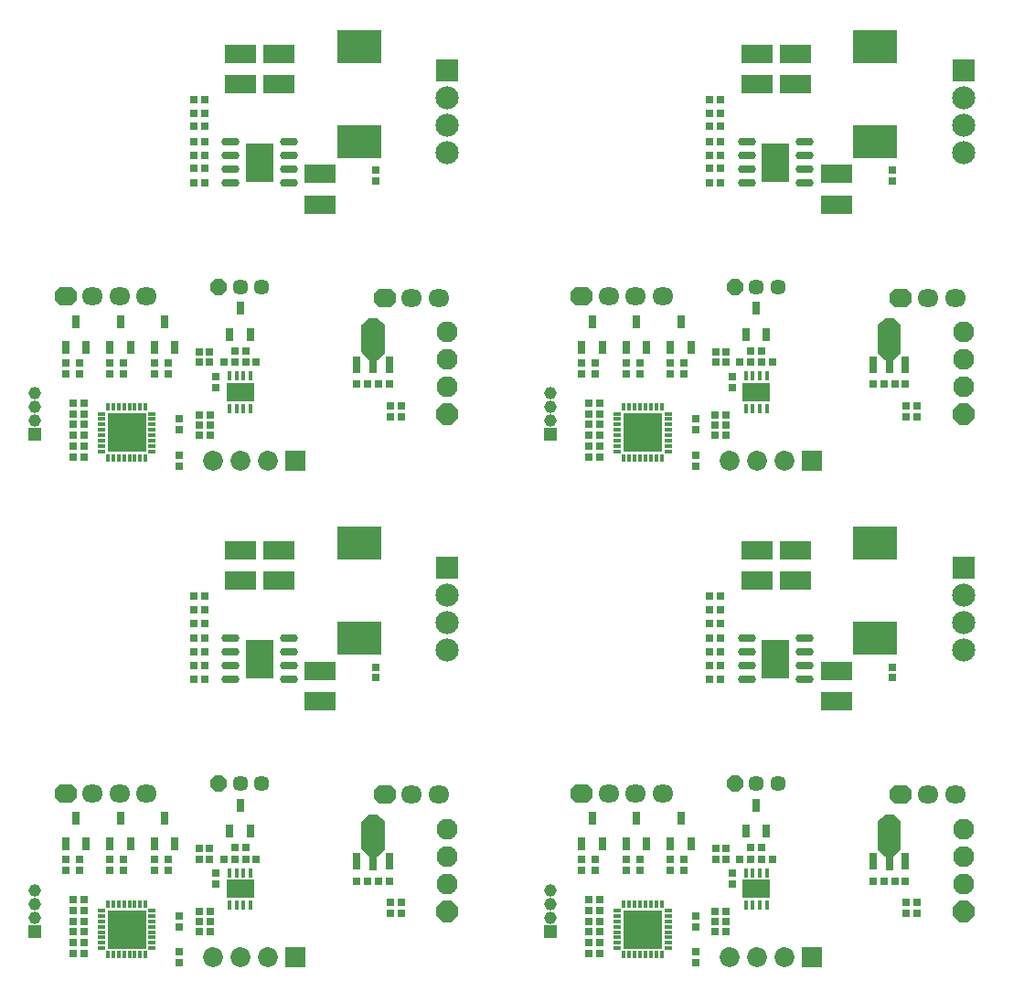
<source format=gts>
G04*
G04 #@! TF.GenerationSoftware,Altium Limited,Altium Designer,20.1.10 (176)*
G04*
G04 Layer_Color=8388736*
%FSLAX44Y44*%
%MOMM*%
G71*
G04*
G04 #@! TF.SameCoordinates,9745D311-7863-4EED-B8D5-1BD438EF7D2D*
G04*
G04*
G04 #@! TF.FilePolarity,Negative*
G04*
G01*
G75*
%ADD47R,0.7500X0.7500*%
%ADD48R,0.7500X0.7500*%
%ADD49R,0.4500X0.9500*%
%ADD50R,2.5500X1.7500*%
%ADD51R,0.7500X1.5500*%
%ADD52R,0.8000X1.3500*%
%ADD53R,0.7500X1.1500*%
%ADD54R,0.7500X0.4500*%
%ADD55R,0.4500X0.7500*%
%ADD56R,3.6000X3.6000*%
%ADD57R,2.8500X1.7500*%
%ADD58R,2.6500X3.6500*%
G04:AMPARAMS|DCode=59|XSize=1.7mm|YSize=0.75mm|CornerRadius=0.375mm|HoleSize=0mm|Usage=FLASHONLY|Rotation=180.000|XOffset=0mm|YOffset=0mm|HoleType=Round|Shape=RoundedRectangle|*
%AMROUNDEDRECTD59*
21,1,1.7000,0.0000,0,0,180.0*
21,1,0.9500,0.7500,0,0,180.0*
1,1,0.7500,-0.4750,0.0000*
1,1,0.7500,0.4750,0.0000*
1,1,0.7500,0.4750,0.0000*
1,1,0.7500,-0.4750,0.0000*
%
%ADD59ROUNDEDRECTD59*%
%ADD60R,4.1500X3.1500*%
%ADD61C,1.1500*%
%ADD62R,1.1500X1.1500*%
%ADD63O,1.9500X1.6500*%
G04:AMPARAMS|DCode=64|XSize=1.95mm|YSize=1.65mm|CornerRadius=0mm|HoleSize=0mm|Usage=FLASHONLY|Rotation=360.000|XOffset=0mm|YOffset=0mm|HoleType=Round|Shape=Octagon|*
%AMOCTAGOND64*
4,1,8,0.9750,-0.4125,0.9750,0.4125,0.5625,0.8250,-0.5625,0.8250,-0.9750,0.4125,-0.9750,-0.4125,-0.5625,-0.8250,0.5625,-0.8250,0.9750,-0.4125,0.0*
%
%ADD64OCTAGOND64*%

%ADD65C,1.9500*%
%ADD66P,2.1107X8X112.5*%
%ADD67P,1.5695X8X382.5*%
%ADD68C,1.4500*%
%ADD69C,1.8500*%
%ADD70R,1.8500X1.8500*%
%ADD71C,0.1500*%
%ADD72C,0.8500*%
%ADD73C,2.1500*%
%ADD74R,2.1500X2.1500*%
G36*
X817280Y607450D02*
X817310Y607450D01*
X817339Y607445D01*
X817368Y607443D01*
X817397Y607436D01*
X817427Y607431D01*
X817455Y607422D01*
X817483Y607415D01*
X817510Y607404D01*
X817539Y607394D01*
X817565Y607381D01*
X817592Y607370D01*
X817618Y607354D01*
X817644Y607341D01*
X817667Y607324D01*
X817692Y607309D01*
X817715Y607289D01*
X817740Y607271D01*
X824740Y601271D01*
X824760Y601251D01*
X824782Y601232D01*
X824802Y601209D01*
X824823Y601188D01*
X824840Y601164D01*
X824859Y601142D01*
X824874Y601116D01*
X824892Y601092D01*
X824905Y601066D01*
X824920Y601041D01*
X824932Y601014D01*
X824946Y600987D01*
X824955Y600959D01*
X824966Y600932D01*
X824973Y600903D01*
X824982Y600874D01*
X824986Y600845D01*
X824993Y600818D01*
X824995Y600788D01*
X825000Y600758D01*
X825000Y600729D01*
X825002Y600700D01*
Y575700D01*
X824998Y575648D01*
X824995Y575596D01*
X824994Y575589D01*
X824993Y575582D01*
X824981Y575532D01*
X824970Y575480D01*
X824967Y575474D01*
X824966Y575467D01*
X824946Y575419D01*
X824927Y575371D01*
X824923Y575365D01*
X824920Y575358D01*
X824893Y575313D01*
X824867Y575269D01*
X824862Y575264D01*
X824859Y575258D01*
X824825Y575218D01*
X824792Y575178D01*
X818042Y568178D01*
X818036Y568173D01*
X818032Y568168D01*
X817992Y568134D01*
X817953Y568100D01*
X817947Y568096D01*
X817942Y568091D01*
X817897Y568064D01*
X817854Y568036D01*
X817848Y568033D01*
X817842Y568030D01*
X817793Y568010D01*
X817746Y567989D01*
X817739Y567987D01*
X817732Y567985D01*
X817683Y567973D01*
X817631Y567959D01*
X817624Y567958D01*
X817618Y567957D01*
X817567Y567953D01*
X817514Y567948D01*
X817507Y567948D01*
X817500Y567948D01*
X811000D01*
X810993Y567948D01*
X810986Y567948D01*
X810934Y567953D01*
X810882Y567957D01*
X810876Y567958D01*
X810869Y567959D01*
X810818Y567972D01*
X810768Y567985D01*
X810761Y567987D01*
X810755Y567989D01*
X810706Y568010D01*
X810658Y568030D01*
X810653Y568033D01*
X810646Y568036D01*
X810603Y568064D01*
X810558Y568091D01*
X810553Y568096D01*
X810547Y568100D01*
X810508Y568134D01*
X810468Y568168D01*
X810464Y568173D01*
X810459Y568178D01*
X803708Y575178D01*
X803676Y575217D01*
X803641Y575258D01*
X803638Y575264D01*
X803633Y575269D01*
X803607Y575313D01*
X803580Y575358D01*
X803577Y575365D01*
X803574Y575371D01*
X803554Y575420D01*
X803534Y575467D01*
X803533Y575474D01*
X803530Y575480D01*
X803519Y575533D01*
X803507Y575582D01*
X803506Y575589D01*
X803505Y575596D01*
X803502Y575649D01*
X803498Y575700D01*
Y600700D01*
X803500Y600729D01*
X803500Y600758D01*
X803505Y600788D01*
X803507Y600818D01*
X803514Y600845D01*
X803518Y600874D01*
X803528Y600903D01*
X803534Y600932D01*
X803546Y600959D01*
X803555Y600987D01*
X803568Y601014D01*
X803580Y601041D01*
X803595Y601066D01*
X803608Y601092D01*
X803626Y601116D01*
X803641Y601142D01*
X803660Y601164D01*
X803677Y601188D01*
X803698Y601209D01*
X803718Y601232D01*
X803740Y601251D01*
X803760Y601271D01*
X810760Y607271D01*
X810785Y607289D01*
X810808Y607309D01*
X810833Y607324D01*
X810856Y607341D01*
X810882Y607354D01*
X810909Y607370D01*
X810935Y607381D01*
X810961Y607394D01*
X810990Y607404D01*
X811018Y607415D01*
X811046Y607422D01*
X811073Y607431D01*
X811103Y607436D01*
X811132Y607443D01*
X811161Y607445D01*
X811190Y607450D01*
X811220Y607450D01*
X811250Y607452D01*
X817250D01*
X817280Y607450D01*
D02*
G37*
G36*
X339280D02*
X339310Y607450D01*
X339339Y607445D01*
X339368Y607443D01*
X339397Y607436D01*
X339427Y607431D01*
X339455Y607422D01*
X339482Y607415D01*
X339510Y607404D01*
X339539Y607394D01*
X339565Y607381D01*
X339592Y607370D01*
X339618Y607354D01*
X339644Y607341D01*
X339668Y607324D01*
X339692Y607309D01*
X339715Y607289D01*
X339740Y607271D01*
X346740Y601271D01*
X346760Y601251D01*
X346782Y601232D01*
X346802Y601209D01*
X346823Y601188D01*
X346840Y601164D01*
X346859Y601142D01*
X346875Y601116D01*
X346892Y601092D01*
X346905Y601066D01*
X346920Y601041D01*
X346932Y601014D01*
X346946Y600987D01*
X346954Y600959D01*
X346965Y600932D01*
X346973Y600903D01*
X346982Y600874D01*
X346986Y600845D01*
X346993Y600818D01*
X346995Y600788D01*
X347000Y600758D01*
X347000Y600729D01*
X347002Y600700D01*
Y575700D01*
X346998Y575648D01*
X346995Y575596D01*
X346994Y575589D01*
X346993Y575582D01*
X346981Y575532D01*
X346970Y575480D01*
X346967Y575474D01*
X346965Y575467D01*
X346945Y575419D01*
X346926Y575371D01*
X346923Y575365D01*
X346920Y575358D01*
X346893Y575313D01*
X346867Y575269D01*
X346862Y575264D01*
X346859Y575258D01*
X346824Y575218D01*
X346792Y575178D01*
X340042Y568178D01*
X340037Y568173D01*
X340032Y568168D01*
X339992Y568134D01*
X339953Y568100D01*
X339948Y568096D01*
X339942Y568091D01*
X339897Y568064D01*
X339854Y568036D01*
X339847Y568033D01*
X339842Y568030D01*
X339793Y568010D01*
X339745Y567989D01*
X339739Y567987D01*
X339733Y567985D01*
X339683Y567973D01*
X339631Y567959D01*
X339624Y567958D01*
X339618Y567957D01*
X339567Y567953D01*
X339514Y567948D01*
X339507Y567948D01*
X339500Y567948D01*
X333000D01*
X332993Y567948D01*
X332986Y567948D01*
X332934Y567953D01*
X332882Y567957D01*
X332876Y567958D01*
X332869Y567959D01*
X332818Y567972D01*
X332767Y567985D01*
X332761Y567987D01*
X332755Y567989D01*
X332706Y568010D01*
X332659Y568030D01*
X332653Y568033D01*
X332646Y568036D01*
X332603Y568064D01*
X332558Y568091D01*
X332552Y568096D01*
X332547Y568100D01*
X332508Y568134D01*
X332468Y568168D01*
X332464Y568173D01*
X332458Y568178D01*
X325709Y575178D01*
X325676Y575217D01*
X325641Y575258D01*
X325638Y575264D01*
X325634Y575269D01*
X325607Y575313D01*
X325580Y575358D01*
X325577Y575365D01*
X325574Y575371D01*
X325554Y575420D01*
X325535Y575467D01*
X325533Y575474D01*
X325530Y575480D01*
X325519Y575533D01*
X325507Y575582D01*
X325506Y575589D01*
X325505Y575596D01*
X325502Y575649D01*
X325498Y575700D01*
Y600700D01*
X325500Y600729D01*
X325500Y600758D01*
X325505Y600788D01*
X325507Y600818D01*
X325514Y600845D01*
X325518Y600874D01*
X325527Y600903D01*
X325535Y600932D01*
X325546Y600959D01*
X325554Y600987D01*
X325568Y601014D01*
X325580Y601041D01*
X325595Y601066D01*
X325608Y601092D01*
X325626Y601116D01*
X325641Y601142D01*
X325660Y601164D01*
X325677Y601188D01*
X325698Y601209D01*
X325718Y601232D01*
X325740Y601251D01*
X325760Y601271D01*
X332760Y607271D01*
X332785Y607289D01*
X332808Y607309D01*
X332833Y607324D01*
X332856Y607341D01*
X332882Y607354D01*
X332909Y607370D01*
X332935Y607381D01*
X332961Y607394D01*
X332990Y607404D01*
X333018Y607415D01*
X333046Y607422D01*
X333073Y607431D01*
X333103Y607436D01*
X333132Y607443D01*
X333161Y607445D01*
X333190Y607450D01*
X333220Y607450D01*
X333250Y607452D01*
X339250D01*
X339280Y607450D01*
D02*
G37*
G36*
X817280Y147450D02*
X817310Y147450D01*
X817339Y147445D01*
X817368Y147443D01*
X817397Y147436D01*
X817427Y147431D01*
X817455Y147422D01*
X817483Y147415D01*
X817510Y147404D01*
X817539Y147394D01*
X817565Y147381D01*
X817592Y147370D01*
X817618Y147354D01*
X817644Y147341D01*
X817667Y147324D01*
X817692Y147309D01*
X817715Y147289D01*
X817740Y147271D01*
X824740Y141271D01*
X824760Y141251D01*
X824782Y141232D01*
X824802Y141209D01*
X824823Y141187D01*
X824840Y141164D01*
X824859Y141142D01*
X824874Y141116D01*
X824892Y141092D01*
X824905Y141066D01*
X824920Y141041D01*
X824932Y141014D01*
X824946Y140987D01*
X824955Y140959D01*
X824966Y140932D01*
X824973Y140903D01*
X824982Y140874D01*
X824986Y140845D01*
X824993Y140818D01*
X824995Y140788D01*
X825000Y140758D01*
X825000Y140729D01*
X825002Y140700D01*
Y115700D01*
X824998Y115648D01*
X824995Y115596D01*
X824994Y115589D01*
X824993Y115582D01*
X824981Y115532D01*
X824970Y115480D01*
X824967Y115474D01*
X824966Y115467D01*
X824946Y115419D01*
X824927Y115371D01*
X824923Y115365D01*
X824920Y115358D01*
X824893Y115313D01*
X824867Y115269D01*
X824862Y115264D01*
X824859Y115258D01*
X824825Y115218D01*
X824792Y115178D01*
X818042Y108178D01*
X818036Y108173D01*
X818032Y108168D01*
X817992Y108134D01*
X817953Y108099D01*
X817947Y108096D01*
X817942Y108091D01*
X817897Y108064D01*
X817854Y108036D01*
X817848Y108033D01*
X817842Y108030D01*
X817793Y108010D01*
X817746Y107989D01*
X817739Y107987D01*
X817732Y107985D01*
X817683Y107973D01*
X817631Y107959D01*
X817624Y107958D01*
X817618Y107957D01*
X817567Y107953D01*
X817514Y107948D01*
X817507Y107948D01*
X817500Y107948D01*
X811000D01*
X810993Y107948D01*
X810986Y107948D01*
X810934Y107953D01*
X810882Y107957D01*
X810876Y107958D01*
X810869Y107959D01*
X810818Y107972D01*
X810768Y107985D01*
X810761Y107987D01*
X810755Y107989D01*
X810706Y108010D01*
X810658Y108030D01*
X810653Y108033D01*
X810646Y108036D01*
X810603Y108064D01*
X810558Y108091D01*
X810553Y108096D01*
X810547Y108099D01*
X810508Y108134D01*
X810468Y108168D01*
X810464Y108173D01*
X810459Y108178D01*
X803708Y115178D01*
X803676Y115217D01*
X803641Y115258D01*
X803638Y115264D01*
X803633Y115269D01*
X803607Y115313D01*
X803580Y115358D01*
X803577Y115365D01*
X803574Y115371D01*
X803554Y115420D01*
X803534Y115467D01*
X803533Y115474D01*
X803530Y115480D01*
X803519Y115533D01*
X803507Y115582D01*
X803506Y115589D01*
X803505Y115596D01*
X803502Y115649D01*
X803498Y115700D01*
Y140700D01*
X803500Y140729D01*
X803500Y140758D01*
X803505Y140788D01*
X803507Y140818D01*
X803514Y140845D01*
X803518Y140874D01*
X803528Y140903D01*
X803534Y140932D01*
X803546Y140959D01*
X803555Y140987D01*
X803568Y141014D01*
X803580Y141041D01*
X803595Y141066D01*
X803608Y141092D01*
X803626Y141116D01*
X803641Y141142D01*
X803660Y141164D01*
X803677Y141187D01*
X803698Y141209D01*
X803718Y141232D01*
X803740Y141251D01*
X803760Y141271D01*
X810760Y147271D01*
X810785Y147289D01*
X810808Y147309D01*
X810833Y147324D01*
X810856Y147341D01*
X810882Y147354D01*
X810909Y147370D01*
X810935Y147381D01*
X810961Y147394D01*
X810990Y147404D01*
X811018Y147415D01*
X811046Y147422D01*
X811073Y147431D01*
X811103Y147436D01*
X811132Y147443D01*
X811161Y147445D01*
X811190Y147450D01*
X811220Y147450D01*
X811250Y147452D01*
X817250D01*
X817280Y147450D01*
D02*
G37*
G36*
X339280D02*
X339310Y147450D01*
X339339Y147445D01*
X339368Y147443D01*
X339397Y147436D01*
X339427Y147431D01*
X339455Y147422D01*
X339482Y147415D01*
X339510Y147404D01*
X339539Y147394D01*
X339565Y147381D01*
X339592Y147370D01*
X339618Y147354D01*
X339644Y147341D01*
X339668Y147324D01*
X339692Y147309D01*
X339715Y147289D01*
X339740Y147271D01*
X346740Y141271D01*
X346760Y141251D01*
X346782Y141232D01*
X346802Y141209D01*
X346823Y141187D01*
X346840Y141164D01*
X346859Y141142D01*
X346875Y141116D01*
X346892Y141092D01*
X346905Y141066D01*
X346920Y141041D01*
X346932Y141014D01*
X346946Y140987D01*
X346954Y140959D01*
X346965Y140932D01*
X346973Y140903D01*
X346982Y140874D01*
X346986Y140845D01*
X346993Y140818D01*
X346995Y140788D01*
X347000Y140758D01*
X347000Y140729D01*
X347002Y140700D01*
Y115700D01*
X346998Y115648D01*
X346995Y115596D01*
X346994Y115589D01*
X346993Y115582D01*
X346981Y115532D01*
X346970Y115480D01*
X346967Y115474D01*
X346965Y115467D01*
X346945Y115419D01*
X346926Y115371D01*
X346923Y115365D01*
X346920Y115358D01*
X346893Y115313D01*
X346867Y115269D01*
X346862Y115264D01*
X346859Y115258D01*
X346824Y115218D01*
X346792Y115178D01*
X340042Y108178D01*
X340037Y108173D01*
X340032Y108168D01*
X339992Y108134D01*
X339953Y108099D01*
X339948Y108096D01*
X339942Y108091D01*
X339897Y108064D01*
X339854Y108036D01*
X339847Y108033D01*
X339842Y108030D01*
X339793Y108010D01*
X339745Y107989D01*
X339739Y107987D01*
X339733Y107985D01*
X339683Y107973D01*
X339631Y107959D01*
X339624Y107958D01*
X339618Y107957D01*
X339567Y107953D01*
X339514Y107948D01*
X339507Y107948D01*
X339500Y107948D01*
X333000D01*
X332993Y107948D01*
X332986Y107948D01*
X332934Y107953D01*
X332882Y107957D01*
X332876Y107958D01*
X332869Y107959D01*
X332818Y107972D01*
X332767Y107985D01*
X332761Y107987D01*
X332755Y107989D01*
X332706Y108010D01*
X332659Y108030D01*
X332653Y108033D01*
X332646Y108036D01*
X332603Y108064D01*
X332558Y108091D01*
X332552Y108096D01*
X332547Y108099D01*
X332508Y108134D01*
X332468Y108168D01*
X332464Y108173D01*
X332458Y108178D01*
X325709Y115178D01*
X325676Y115217D01*
X325641Y115258D01*
X325638Y115264D01*
X325634Y115269D01*
X325607Y115313D01*
X325580Y115358D01*
X325577Y115365D01*
X325574Y115371D01*
X325554Y115420D01*
X325535Y115467D01*
X325533Y115474D01*
X325530Y115480D01*
X325519Y115533D01*
X325507Y115582D01*
X325506Y115589D01*
X325505Y115596D01*
X325502Y115649D01*
X325498Y115700D01*
Y140700D01*
X325500Y140729D01*
X325500Y140758D01*
X325505Y140788D01*
X325507Y140818D01*
X325514Y140845D01*
X325518Y140874D01*
X325527Y140903D01*
X325535Y140932D01*
X325546Y140959D01*
X325554Y140987D01*
X325568Y141014D01*
X325580Y141041D01*
X325595Y141066D01*
X325608Y141092D01*
X325626Y141116D01*
X325641Y141142D01*
X325660Y141164D01*
X325677Y141187D01*
X325698Y141209D01*
X325718Y141232D01*
X325740Y141251D01*
X325760Y141271D01*
X332760Y147271D01*
X332785Y147289D01*
X332808Y147309D01*
X332833Y147324D01*
X332856Y147341D01*
X332882Y147354D01*
X332909Y147370D01*
X332935Y147381D01*
X332961Y147394D01*
X332990Y147404D01*
X333018Y147415D01*
X333046Y147422D01*
X333073Y147431D01*
X333103Y147436D01*
X333132Y147443D01*
X333161Y147445D01*
X333190Y147450D01*
X333220Y147450D01*
X333250Y147452D01*
X339250D01*
X339280Y147450D01*
D02*
G37*
D47*
X840000Y65922D02*
D03*
X830000D02*
D03*
X830044Y55972D02*
D03*
X840044D02*
D03*
X546250Y48500D02*
D03*
X536250D02*
D03*
Y38670D02*
D03*
X546250D02*
D03*
Y28750D02*
D03*
X536250D02*
D03*
X819250Y85700D02*
D03*
X829250D02*
D03*
X809250D02*
D03*
X799250D02*
D03*
X686000Y116707D02*
D03*
X696000D02*
D03*
Y106000D02*
D03*
X706000D02*
D03*
X676000D02*
D03*
X686000D02*
D03*
X663000Y57670D02*
D03*
X653000D02*
D03*
Y48170D02*
D03*
X663000D02*
D03*
X653000Y38670D02*
D03*
X663000D02*
D03*
X546250Y68500D02*
D03*
X536250D02*
D03*
Y58500D02*
D03*
X546250D02*
D03*
X536250Y18750D02*
D03*
X546250D02*
D03*
X647997Y349589D02*
D03*
X657997D02*
D03*
X647997Y337046D02*
D03*
X657997D02*
D03*
Y324504D02*
D03*
X647997D02*
D03*
Y310804D02*
D03*
X657997D02*
D03*
Y298046D02*
D03*
X647997D02*
D03*
Y285504D02*
D03*
X657997D02*
D03*
Y272456D02*
D03*
X647997D02*
D03*
Y809589D02*
D03*
X657997D02*
D03*
X647997Y797046D02*
D03*
X657997D02*
D03*
Y784504D02*
D03*
X647997D02*
D03*
Y770804D02*
D03*
X657997D02*
D03*
Y758046D02*
D03*
X647997D02*
D03*
Y745504D02*
D03*
X657997D02*
D03*
Y732457D02*
D03*
X647997D02*
D03*
X840000Y525922D02*
D03*
X830000D02*
D03*
X830044Y515972D02*
D03*
X840044D02*
D03*
X546250Y508500D02*
D03*
X536250D02*
D03*
Y498670D02*
D03*
X546250D02*
D03*
Y488750D02*
D03*
X536250D02*
D03*
X819250Y545700D02*
D03*
X829250D02*
D03*
X809250D02*
D03*
X799250D02*
D03*
X686000Y576707D02*
D03*
X696000D02*
D03*
Y566000D02*
D03*
X706000D02*
D03*
X676000D02*
D03*
X686000D02*
D03*
X663000Y517670D02*
D03*
X653000D02*
D03*
Y508170D02*
D03*
X663000D02*
D03*
X653000Y498670D02*
D03*
X663000D02*
D03*
X546250Y528500D02*
D03*
X536250D02*
D03*
Y518500D02*
D03*
X546250D02*
D03*
X536250Y478750D02*
D03*
X546250D02*
D03*
X362000Y525922D02*
D03*
X352000D02*
D03*
X352044Y515972D02*
D03*
X362044D02*
D03*
X68250Y508500D02*
D03*
X58250D02*
D03*
Y498670D02*
D03*
X68250D02*
D03*
Y488750D02*
D03*
X58250D02*
D03*
X341250Y545700D02*
D03*
X351250D02*
D03*
X331250D02*
D03*
X321250D02*
D03*
X208000Y576707D02*
D03*
X218000D02*
D03*
Y566000D02*
D03*
X228000D02*
D03*
X198000D02*
D03*
X208000D02*
D03*
X185000Y517670D02*
D03*
X175000D02*
D03*
Y508170D02*
D03*
X185000D02*
D03*
X175000Y498670D02*
D03*
X185000D02*
D03*
X68250Y528500D02*
D03*
X58250D02*
D03*
Y518500D02*
D03*
X68250D02*
D03*
X58250Y478750D02*
D03*
X68250D02*
D03*
X169997Y809589D02*
D03*
X179997D02*
D03*
X169997Y797046D02*
D03*
X179997D02*
D03*
Y784504D02*
D03*
X169997D02*
D03*
Y770804D02*
D03*
X179997D02*
D03*
Y758046D02*
D03*
X169997D02*
D03*
Y745504D02*
D03*
X179997D02*
D03*
Y732457D02*
D03*
X169997D02*
D03*
Y349589D02*
D03*
X179997D02*
D03*
X169997Y337046D02*
D03*
X179997D02*
D03*
Y324504D02*
D03*
X169997D02*
D03*
Y310804D02*
D03*
X179997D02*
D03*
Y298046D02*
D03*
X169997D02*
D03*
Y285504D02*
D03*
X179997D02*
D03*
Y272456D02*
D03*
X169997D02*
D03*
X362000Y65922D02*
D03*
X352000D02*
D03*
X352044Y55972D02*
D03*
X362044D02*
D03*
X68250Y48500D02*
D03*
X58250D02*
D03*
Y38670D02*
D03*
X68250D02*
D03*
Y28750D02*
D03*
X58250D02*
D03*
X341250Y85700D02*
D03*
X351250D02*
D03*
X331250D02*
D03*
X321250D02*
D03*
X208000Y116707D02*
D03*
X218000D02*
D03*
Y106000D02*
D03*
X228000D02*
D03*
X198000D02*
D03*
X208000D02*
D03*
X185000Y57670D02*
D03*
X175000D02*
D03*
Y48170D02*
D03*
X185000D02*
D03*
X175000Y38670D02*
D03*
X185000D02*
D03*
X68250Y68500D02*
D03*
X58250D02*
D03*
Y58500D02*
D03*
X68250D02*
D03*
X58250Y18750D02*
D03*
X68250D02*
D03*
D48*
X634715Y20000D02*
D03*
Y10000D02*
D03*
Y53500D02*
D03*
Y43500D02*
D03*
X662500Y116000D02*
D03*
X653500D02*
D03*
X662500Y106000D02*
D03*
X653500D02*
D03*
X668500Y83000D02*
D03*
Y93000D02*
D03*
X624085Y95448D02*
D03*
Y105448D02*
D03*
X611543Y95448D02*
D03*
Y105448D02*
D03*
X583043Y95448D02*
D03*
Y105448D02*
D03*
X570500Y95448D02*
D03*
Y105448D02*
D03*
X542000Y95448D02*
D03*
Y105448D02*
D03*
X529458Y95448D02*
D03*
Y105448D02*
D03*
X817000Y274000D02*
D03*
Y284000D02*
D03*
Y734000D02*
D03*
Y744000D02*
D03*
X634715Y480000D02*
D03*
Y470000D02*
D03*
Y513500D02*
D03*
Y503500D02*
D03*
X662500Y576000D02*
D03*
X653500D02*
D03*
X662500Y566000D02*
D03*
X653500D02*
D03*
X668500Y543000D02*
D03*
Y553000D02*
D03*
X624085Y555448D02*
D03*
Y565448D02*
D03*
X611543Y555448D02*
D03*
Y565448D02*
D03*
X583043Y555448D02*
D03*
Y565448D02*
D03*
X570500Y555448D02*
D03*
Y565448D02*
D03*
X542000Y555448D02*
D03*
Y565448D02*
D03*
X529458Y555448D02*
D03*
Y565448D02*
D03*
X156715Y480000D02*
D03*
Y470000D02*
D03*
Y513500D02*
D03*
Y503500D02*
D03*
X184500Y576000D02*
D03*
X175500D02*
D03*
X184500Y566000D02*
D03*
X175500D02*
D03*
X190500Y543000D02*
D03*
Y553000D02*
D03*
X146085Y555448D02*
D03*
Y565448D02*
D03*
X133543Y555448D02*
D03*
Y565448D02*
D03*
X105043Y555448D02*
D03*
Y565448D02*
D03*
X92500Y555448D02*
D03*
Y565448D02*
D03*
X64000Y555448D02*
D03*
Y565448D02*
D03*
X51458Y555448D02*
D03*
Y565448D02*
D03*
X339000Y734000D02*
D03*
Y744000D02*
D03*
Y274000D02*
D03*
Y284000D02*
D03*
X156715Y20000D02*
D03*
Y10000D02*
D03*
Y53500D02*
D03*
Y43500D02*
D03*
X184500Y116000D02*
D03*
X175500D02*
D03*
X184500Y106000D02*
D03*
X175500D02*
D03*
X190500Y83000D02*
D03*
Y93000D02*
D03*
X146085Y95448D02*
D03*
Y105448D02*
D03*
X133543Y95448D02*
D03*
Y105448D02*
D03*
X105043Y95448D02*
D03*
Y105448D02*
D03*
X92500Y95448D02*
D03*
Y105448D02*
D03*
X64000Y95448D02*
D03*
Y105448D02*
D03*
X51458Y95448D02*
D03*
Y105448D02*
D03*
D49*
X681250Y93500D02*
D03*
X687750D02*
D03*
X694250D02*
D03*
X700750D02*
D03*
Y63500D02*
D03*
X694250D02*
D03*
X687750D02*
D03*
X681250D02*
D03*
Y553500D02*
D03*
X687750D02*
D03*
X694250D02*
D03*
X700750D02*
D03*
Y523500D02*
D03*
X694250D02*
D03*
X687750D02*
D03*
X681250D02*
D03*
X203250Y553500D02*
D03*
X209750D02*
D03*
X216250D02*
D03*
X222750D02*
D03*
Y523500D02*
D03*
X216250D02*
D03*
X209750D02*
D03*
X203250D02*
D03*
Y93500D02*
D03*
X209750D02*
D03*
X216250D02*
D03*
X222750D02*
D03*
Y63500D02*
D03*
X216250D02*
D03*
X209750D02*
D03*
X203250D02*
D03*
D50*
X691000Y78500D02*
D03*
Y538500D02*
D03*
X213000D02*
D03*
Y78500D02*
D03*
D51*
X829250Y103700D02*
D03*
X799250D02*
D03*
X829250Y563700D02*
D03*
X799250D02*
D03*
X351250D02*
D03*
X321250D02*
D03*
X351250Y103700D02*
D03*
X321250D02*
D03*
D52*
X814250Y102700D02*
D03*
Y562700D02*
D03*
X336250D02*
D03*
Y102700D02*
D03*
D53*
X681500Y132000D02*
D03*
X700500D02*
D03*
X691000Y156000D02*
D03*
X538957Y144000D02*
D03*
X548457Y120000D02*
D03*
X529458D02*
D03*
X580000Y144000D02*
D03*
X589500Y120000D02*
D03*
X570500D02*
D03*
X621043Y144000D02*
D03*
X630543Y120000D02*
D03*
X611543D02*
D03*
X681500Y592000D02*
D03*
X700500D02*
D03*
X691000Y616000D02*
D03*
X538957Y604000D02*
D03*
X548457Y580000D02*
D03*
X529458D02*
D03*
X580000Y604000D02*
D03*
X589500Y580000D02*
D03*
X570500D02*
D03*
X621043Y604000D02*
D03*
X630543Y580000D02*
D03*
X611543D02*
D03*
X203500Y592000D02*
D03*
X222500D02*
D03*
X213000Y616000D02*
D03*
X60957Y604000D02*
D03*
X70458Y580000D02*
D03*
X51458D02*
D03*
X102000Y604000D02*
D03*
X111500Y580000D02*
D03*
X92500D02*
D03*
X143043Y604000D02*
D03*
X152542Y580000D02*
D03*
X133543D02*
D03*
X203500Y132000D02*
D03*
X222500D02*
D03*
X213000Y156000D02*
D03*
X60957Y144000D02*
D03*
X70458Y120000D02*
D03*
X51458D02*
D03*
X102000Y144000D02*
D03*
X111500Y120000D02*
D03*
X92500D02*
D03*
X143043Y144000D02*
D03*
X152542Y120000D02*
D03*
X133543D02*
D03*
D54*
X562500Y58500D02*
D03*
Y53500D02*
D03*
Y48500D02*
D03*
Y43500D02*
D03*
Y38500D02*
D03*
Y33500D02*
D03*
Y28500D02*
D03*
Y23500D02*
D03*
X609500Y23500D02*
D03*
Y28500D02*
D03*
Y33500D02*
D03*
Y38500D02*
D03*
Y43500D02*
D03*
Y48500D02*
D03*
Y53500D02*
D03*
Y58500D02*
D03*
X562500Y518500D02*
D03*
Y513500D02*
D03*
Y508500D02*
D03*
Y503500D02*
D03*
Y498500D02*
D03*
Y493500D02*
D03*
Y488500D02*
D03*
Y483500D02*
D03*
X609500Y483500D02*
D03*
Y488500D02*
D03*
Y493500D02*
D03*
Y498500D02*
D03*
Y503500D02*
D03*
Y508500D02*
D03*
Y513500D02*
D03*
Y518500D02*
D03*
X84500Y518500D02*
D03*
Y513500D02*
D03*
Y508500D02*
D03*
Y503500D02*
D03*
Y498500D02*
D03*
Y493500D02*
D03*
Y488500D02*
D03*
Y483500D02*
D03*
X131500Y483500D02*
D03*
Y488500D02*
D03*
Y493500D02*
D03*
Y498500D02*
D03*
Y503500D02*
D03*
Y508500D02*
D03*
Y513500D02*
D03*
Y518500D02*
D03*
X84500Y58500D02*
D03*
Y53500D02*
D03*
Y48500D02*
D03*
Y43500D02*
D03*
Y38500D02*
D03*
Y33500D02*
D03*
Y28500D02*
D03*
Y23500D02*
D03*
X131500Y23500D02*
D03*
Y28500D02*
D03*
Y33500D02*
D03*
Y38500D02*
D03*
Y43500D02*
D03*
Y48500D02*
D03*
Y53500D02*
D03*
Y58500D02*
D03*
D55*
X568500Y17500D02*
D03*
X573500D02*
D03*
X578500D02*
D03*
X583500D02*
D03*
X588500D02*
D03*
X593500D02*
D03*
X598500D02*
D03*
X603500D02*
D03*
Y64500D02*
D03*
X598500D02*
D03*
X593500D02*
D03*
X588500D02*
D03*
X583500D02*
D03*
X578500D02*
D03*
X573500D02*
D03*
X568500D02*
D03*
Y477500D02*
D03*
X573500D02*
D03*
X578500D02*
D03*
X583500D02*
D03*
X588500D02*
D03*
X593500D02*
D03*
X598500D02*
D03*
X603500D02*
D03*
Y524500D02*
D03*
X598500D02*
D03*
X593500D02*
D03*
X588500D02*
D03*
X583500D02*
D03*
X578500D02*
D03*
X573500D02*
D03*
X568500D02*
D03*
X90500Y477500D02*
D03*
X95500D02*
D03*
X100500D02*
D03*
X105500D02*
D03*
X110500D02*
D03*
X115500D02*
D03*
X120500D02*
D03*
X125500D02*
D03*
Y524500D02*
D03*
X120500D02*
D03*
X115500D02*
D03*
X110500D02*
D03*
X105500D02*
D03*
X100500D02*
D03*
X95500D02*
D03*
X90500D02*
D03*
Y17500D02*
D03*
X95500D02*
D03*
X100500D02*
D03*
X105500D02*
D03*
X110500D02*
D03*
X115500D02*
D03*
X120500D02*
D03*
X125500D02*
D03*
Y64500D02*
D03*
X120500D02*
D03*
X115500D02*
D03*
X110500D02*
D03*
X105500D02*
D03*
X100500D02*
D03*
X95500D02*
D03*
X90500D02*
D03*
D56*
X586000Y41000D02*
D03*
Y501000D02*
D03*
X108000D02*
D03*
Y41000D02*
D03*
D57*
X727002Y364128D02*
D03*
Y392128D02*
D03*
X691460Y364129D02*
D03*
Y392129D02*
D03*
X765099Y252429D02*
D03*
Y280429D02*
D03*
X727002Y824128D02*
D03*
Y852128D02*
D03*
X691460Y824129D02*
D03*
Y852129D02*
D03*
X765099Y712429D02*
D03*
Y740429D02*
D03*
X249002Y824128D02*
D03*
Y852128D02*
D03*
X213460Y824129D02*
D03*
Y852129D02*
D03*
X287099Y712429D02*
D03*
Y740429D02*
D03*
X249002Y364128D02*
D03*
Y392128D02*
D03*
X213460Y364129D02*
D03*
Y392129D02*
D03*
X287099Y252429D02*
D03*
Y280429D02*
D03*
D58*
X709000Y291250D02*
D03*
Y751250D02*
D03*
X231000D02*
D03*
Y291250D02*
D03*
D59*
X682000Y272200D02*
D03*
Y284900D02*
D03*
Y297600D02*
D03*
Y310300D02*
D03*
X736000D02*
D03*
Y297600D02*
D03*
Y284900D02*
D03*
Y272200D02*
D03*
X682000Y732200D02*
D03*
Y744900D02*
D03*
Y757600D02*
D03*
Y770300D02*
D03*
X736000D02*
D03*
Y757600D02*
D03*
Y744900D02*
D03*
Y732200D02*
D03*
X204000D02*
D03*
Y744900D02*
D03*
Y757600D02*
D03*
Y770300D02*
D03*
X258000D02*
D03*
Y757600D02*
D03*
Y744900D02*
D03*
Y732200D02*
D03*
X204000Y272200D02*
D03*
Y284900D02*
D03*
Y297600D02*
D03*
Y310300D02*
D03*
X258000D02*
D03*
Y297600D02*
D03*
Y284900D02*
D03*
Y272200D02*
D03*
D60*
X800997Y398504D02*
D03*
Y310504D02*
D03*
Y858504D02*
D03*
Y770504D02*
D03*
X322997Y858504D02*
D03*
Y770504D02*
D03*
Y398504D02*
D03*
Y310504D02*
D03*
D61*
X500750Y64539D02*
D03*
Y51839D02*
D03*
Y77239D02*
D03*
Y524539D02*
D03*
Y511839D02*
D03*
Y537239D02*
D03*
X22750Y524539D02*
D03*
Y511839D02*
D03*
Y537239D02*
D03*
Y64539D02*
D03*
Y51839D02*
D03*
Y77239D02*
D03*
D62*
X500750Y39139D02*
D03*
Y499139D02*
D03*
X22750D02*
D03*
Y39139D02*
D03*
D63*
X875000Y166000D02*
D03*
X850000D02*
D03*
X579500Y167000D02*
D03*
X554500D02*
D03*
X604500D02*
D03*
X875000Y626000D02*
D03*
X850000D02*
D03*
X579500Y627000D02*
D03*
X554500D02*
D03*
X604500D02*
D03*
X397000Y626000D02*
D03*
X372000D02*
D03*
X101500Y627000D02*
D03*
X76500D02*
D03*
X126500D02*
D03*
X397000Y166000D02*
D03*
X372000D02*
D03*
X101500Y167000D02*
D03*
X76500D02*
D03*
X126500D02*
D03*
D64*
X825000Y166000D02*
D03*
X529500Y167000D02*
D03*
X825000Y626000D02*
D03*
X529500Y627000D02*
D03*
X347000Y626000D02*
D03*
X51500Y627000D02*
D03*
X347000Y166000D02*
D03*
X51500Y167000D02*
D03*
D65*
X883000Y134100D02*
D03*
Y108700D02*
D03*
Y83300D02*
D03*
Y594100D02*
D03*
Y568700D02*
D03*
Y543300D02*
D03*
X405000Y594100D02*
D03*
Y568700D02*
D03*
Y543300D02*
D03*
Y134100D02*
D03*
Y108700D02*
D03*
Y83300D02*
D03*
D66*
X883000Y57900D02*
D03*
Y517900D02*
D03*
X405000D02*
D03*
Y57900D02*
D03*
D67*
X671000Y176000D02*
D03*
Y636000D02*
D03*
X193000D02*
D03*
Y176000D02*
D03*
D68*
X691000D02*
D03*
X711000D02*
D03*
X691000Y636000D02*
D03*
X711000D02*
D03*
X213000D02*
D03*
X233000D02*
D03*
X213000Y176000D02*
D03*
X233000D02*
D03*
D69*
X665900Y15000D02*
D03*
X716700D02*
D03*
X691300D02*
D03*
X665900Y475000D02*
D03*
X716700D02*
D03*
X691300D02*
D03*
X187900D02*
D03*
X238700D02*
D03*
X213300D02*
D03*
X187900Y15000D02*
D03*
X238700D02*
D03*
X213300D02*
D03*
D70*
X742100D02*
D03*
Y475000D02*
D03*
X264100D02*
D03*
Y15000D02*
D03*
D71*
X492000Y189000D02*
D03*
X916000Y189000D02*
D03*
Y15000D02*
D03*
X492000Y15000D02*
D03*
X492000Y245000D02*
D03*
X916000Y245000D02*
D03*
Y419000D02*
D03*
X492000Y419000D02*
D03*
Y705000D02*
D03*
X916000Y705000D02*
D03*
Y879000D02*
D03*
X492000Y879000D02*
D03*
X492000Y649000D02*
D03*
X916000Y649000D02*
D03*
Y475000D02*
D03*
X492000Y475000D02*
D03*
X14000Y649000D02*
D03*
X438000Y649000D02*
D03*
Y475000D02*
D03*
X14000Y475000D02*
D03*
X14000Y705000D02*
D03*
X438000Y705000D02*
D03*
Y879000D02*
D03*
X14000Y879000D02*
D03*
Y245000D02*
D03*
X438000Y245000D02*
D03*
Y419000D02*
D03*
X14000Y419000D02*
D03*
X14000Y189000D02*
D03*
X438000Y189000D02*
D03*
Y15000D02*
D03*
X14000Y15000D02*
D03*
D72*
X709000Y291250D02*
D03*
X716500Y283750D02*
D03*
X701500D02*
D03*
Y298750D02*
D03*
X716500D02*
D03*
X709000Y751250D02*
D03*
X716500Y743750D02*
D03*
X701500D02*
D03*
Y758750D02*
D03*
X716500D02*
D03*
X231000Y751250D02*
D03*
X238500Y743750D02*
D03*
X223500D02*
D03*
Y758750D02*
D03*
X238500D02*
D03*
X231000Y291250D02*
D03*
X238500Y283750D02*
D03*
X223500D02*
D03*
Y298750D02*
D03*
X238500D02*
D03*
D73*
X882891Y299865D02*
D03*
Y350665D02*
D03*
Y325265D02*
D03*
Y759865D02*
D03*
Y810665D02*
D03*
Y785265D02*
D03*
X404891Y759865D02*
D03*
Y810665D02*
D03*
Y785265D02*
D03*
Y299865D02*
D03*
Y350665D02*
D03*
Y325265D02*
D03*
D74*
X882891Y376065D02*
D03*
Y836065D02*
D03*
X404891D02*
D03*
Y376065D02*
D03*
M02*

</source>
